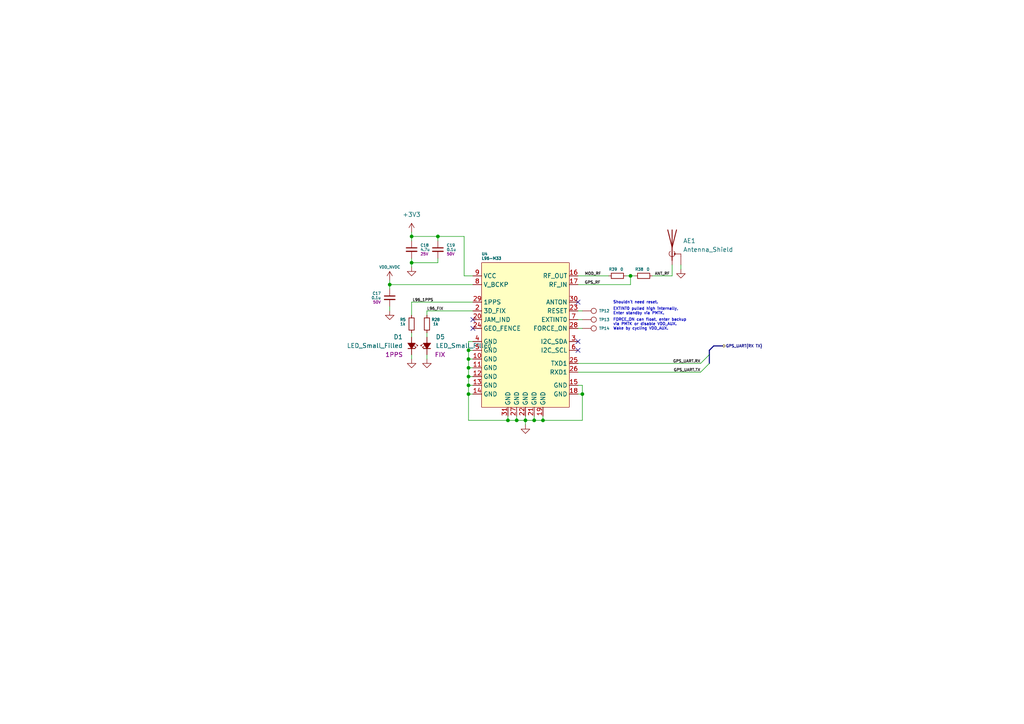
<source format=kicad_sch>
(kicad_sch (version 20211123) (generator eeschema)
  (paper "A4")
  (title_block (rev "A") (company "Frisius"))
  (lib_symbols
    (symbol "Connector:TestPoint" (pin_numbers hide) (pin_names (offset 0.762) hide)
      (property "Reference" "TP" (at 0 6.858 0))
      (property "Value" "TestPoint" (at 0 5.08 0))
      (symbol "TestPoint_0_1"
        (circle (center 0 3.302) (radius 0.762))
      )
      (symbol "TestPoint_1_1"
        (pin passive line (at 0 0 90) (length 2.54) (name "1") (number "1"))
      )
    )
    (symbol "Device:Antenna_Shield" (pin_numbers hide) (pin_names (offset 1.016) hide)
      (property "Reference" "AE" (at -1.905 4.445 0))
      (property "Value" "Antenna_Shield" (at -1.905 2.54 0))
      (symbol "Antenna_Shield_0_1"
        (arc (start -0.508 -1.143) (mid -0.8429 -2.1194) (end 0 -2.667))
        (arc (start 0 -2.667) (mid 0.7989 -2.1052) (end 0.508 -1.143))
        (polyline (pts (xy 0 -2.54) (xy 0 0)))
        (polyline (pts (xy 0 5.08) (xy 0 -3.81)) (stroke (width 0.254)))
        (polyline (pts (xy 0.762 -1.905) (xy 2.54 -1.905)))
        (polyline (pts (xy 2.54 -2.54) (xy 2.54 -1.905)))
        (polyline (pts (xy 1.27 5.08) (xy 0 0) (xy -1.27 5.08)) (stroke (width 0.254)))
        (circle (center 0.762 -1.905) (radius 0.1778) (fill (type outline)))
      )
      (symbol "Antenna_Shield_1_1"
        (pin input line (at 0 -5.08 90) (length 2.54) (name "A") (number "1"))
        (pin input line (at 2.54 -5.08 90) (length 2.54) (name "Shield") (number "2"))
      )
    )
    (symbol "Device:C_Small" (pin_numbers hide) (pin_names (offset 0.254) hide)
      (property "Reference" "C" (at 0.254 1.778 0))
      (property "Value" "C_Small" (at 0.254 -2.032 0))
      (symbol "C_Small_0_1"
        (polyline (pts (xy -1.524 -0.508) (xy 1.524 -0.508)) (stroke (width 0.3302)))
        (polyline (pts (xy -1.524 0.508) (xy 1.524 0.508)) (stroke (width 0.3048)))
      )
      (symbol "C_Small_1_1"
        (pin passive line (at 0 2.54 270) (length 2.032) (name "~") (number "1"))
        (pin passive line (at 0 -2.54 90) (length 2.032) (name "~") (number "2"))
      )
    )
    (symbol "Device:LED_Small_Filled" (pin_numbers hide) (pin_names (offset 0.254) hide)
      (property "Reference" "D" (at -1.27 3.175 0))
      (property "Value" "LED_Small_Filled" (at -4.445 -2.54 0))
      (symbol "LED_Small_Filled_0_1"
        (polyline (pts (xy -0.762 -1.016) (xy -0.762 1.016)) (stroke (width 0.254)))
        (polyline (pts (xy 1.016 0) (xy -0.762 0)))
        (polyline (pts (xy 0.762 -1.016) (xy -0.762 0) (xy 0.762 1.016) (xy 0.762 -1.016)) (stroke (width 0.254)) (fill (type outline)))
        (polyline (pts (xy 0 0.762) (xy -0.508 1.27) (xy -0.254 1.27) (xy -0.508 1.27) (xy -0.508 1.016)))
        (polyline (pts (xy 0.508 1.27) (xy 0 1.778) (xy 0.254 1.778) (xy 0 1.778) (xy 0 1.524)))
      )
      (symbol "LED_Small_Filled_1_1"
        (pin passive line (at -2.54 0 0) (length 1.778) (name "K") (number "1"))
        (pin passive line (at 2.54 0 180) (length 1.778) (name "A") (number "2"))
      )
    )
    (symbol "Device:R_Small" (pin_numbers hide) (pin_names (offset 0.254) hide)
      (property "Reference" "R" (at 0.762 0.508 0))
      (property "Value" "R_Small" (at 0.762 -1.016 0))
      (symbol "R_Small_0_1"
        (rectangle (start -0.762 1.778) (end 0.762 -1.778) (stroke (width 0.2032)))
      )
      (symbol "R_Small_1_1"
        (pin passive line (at 0 2.54 270) (length 0.762) (name "~") (number "1"))
        (pin passive line (at 0 -2.54 90) (length 0.762) (name "~") (number "2"))
      )
    )
    (symbol "bt_Module_GPS:L96-M33"
      (property "Reference" "U?" (at 0 26.67 0))
      (property "Value" "L96-M33" (at 0 24.13 0))
      (symbol "L96-M33_0_1"
        (rectangle (start -12.7 21.59) (end 12.7 -20.32) (fill (type background)))
      )
      (symbol "L96-M33_1_1"
        (pin no_connect line (at 12.7 -16.51 180) (length 2.54) hide (name "NC") (number "1"))
        (pin power_in line (at -15.24 -6.35 0) (length 2.54) (name "GND") (number "10"))
        (pin power_in line (at -15.24 -8.89 0) (length 2.54) (name "GND") (number "11"))
        (pin power_in line (at -15.24 -11.43 0) (length 2.54) (name "GND") (number "12"))
        (pin power_in line (at -15.24 -13.97 0) (length 2.54) (name "GND") (number "13"))
        (pin power_in line (at -15.24 -16.51 0) (length 2.54) (name "GND") (number "14"))
        (pin power_in line (at 15.24 -13.97 180) (length 2.54) (name "GND") (number "15"))
        (pin output line (at 15.24 17.78 180) (length 2.54) (name "RF_OUT") (number "16"))
        (pin input line (at 15.24 15.24 180) (length 2.54) (name "RF_IN") (number "17"))
        (pin power_in line (at 15.24 -16.51 180) (length 2.54) (name "GND") (number "18"))
        (pin power_in line (at 5.08 -22.86 90) (length 2.54) (name "GND") (number "19"))
        (pin output line (at -15.24 7.62 0) (length 2.54) (name "3D_FIX") (number "2"))
        (pin output line (at -15.24 5.08 0) (length 2.54) (name "JAM_IND") (number "20"))
        (pin power_in line (at 2.54 -22.86 90) (length 2.54) (name "GND") (number "21"))
        (pin power_in line (at 0 -22.86 90) (length 2.54) (name "GND") (number "22"))
        (pin input line (at 15.24 7.62 180) (length 2.54) (name "RESET") (number "23"))
        (pin output line (at -15.24 2.54 0) (length 2.54) (name "GEO_FENCE") (number "24"))
        (pin output line (at 15.24 -7.62 180) (length 2.54) (name "TXD1") (number "25"))
        (pin input line (at 15.24 -10.16 180) (length 2.54) (name "RXD1") (number "26"))
        (pin power_in line (at -2.54 -22.86 90) (length 2.54) (name "GND") (number "27"))
        (pin input line (at 15.24 2.54 180) (length 2.54) (name "FORCE_ON") (number "28"))
        (pin output line (at -15.24 10.16 0) (length 2.54) (name "1PPS") (number "29"))
        (pin bidirectional line (at 15.24 -1.27 180) (length 2.54) (name "I2C_SDA") (number "3"))
        (pin output line (at 15.24 10.16 180) (length 2.54) (name "ANTON") (number "30"))
        (pin power_in line (at -5.08 -22.86 90) (length 2.54) (name "GND") (number "31"))
        (pin power_in line (at -15.24 -1.27 0) (length 2.54) (name "GND") (number "4"))
        (pin power_in line (at -15.24 -3.81 0) (length 2.54) (name "GND") (number "5"))
        (pin input line (at 15.24 -3.81 180) (length 2.54) (name "I2C_SCL") (number "6"))
        (pin input line (at 15.24 5.08 180) (length 2.54) (name "EXTINT0") (number "7"))
        (pin power_in line (at -15.24 15.24 0) (length 2.54) (name "V_BCKP") (number "8"))
        (pin power_in line (at -15.24 17.78 0) (length 2.54) (name "VCC") (number "9"))
      )
    )
    (symbol "bt_power:VDD_NVDC" (power) (in_bom no) (on_board no)
      (property "Value" "VDD_NVDC" (at 0.2286 3.5814 0))
      (symbol "VDD_NVDC_0_1"
        (polyline (pts (xy -0.762 1.27) (xy 0 2.54)))
        (polyline (pts (xy 0 0) (xy 0 2.54)))
        (polyline (pts (xy 0 2.54) (xy 0.762 1.27)))
      )
      (symbol "VDD_NVDC_1_1"
        (pin power_in line (at 0 0 90) (length 0) hide (name "VDD_NVDC") (number "1"))
      )
    )
    (symbol "power:+3V3" (power) (pin_names (offset 0))
      (property "Value" "+3V3" (at 0 3.556 0))
      (symbol "+3V3_0_1"
        (polyline (pts (xy -0.762 1.27) (xy 0 2.54)))
        (polyline (pts (xy 0 0) (xy 0 2.54)))
        (polyline (pts (xy 0 2.54) (xy 0.762 1.27)))
      )
      (symbol "+3V3_1_1"
        (pin power_in line (at 0 0 90) (length 0) hide (name "+3V3") (number "1"))
      )
    )
    (symbol "power:GND" (power) (pin_names (offset 0))
      (property "Value" "GND" (at 0 -3.81 0))
      (symbol "GND_0_1"
        (polyline (pts (xy 0 0) (xy 0 -1.27) (xy 1.27 -1.27) (xy 0 -2.54) (xy -1.27 -1.27) (xy 0 -1.27)))
      )
      (symbol "GND_1_1"
        (pin power_in line (at 0 0 270) (length 0) hide (name "GND") (number "1"))
      )
    )
  )
  (junction (at 135.89 106.68))
  (junction (at 154.94 121.92))
  (junction (at 119.38 76.2))
  (junction (at 182.88 80.01))
  (junction (at 135.89 104.14))
  (junction (at 135.89 101.6))
  (junction (at 157.48 121.92))
  (junction (at 135.89 109.22))
  (junction (at 135.89 111.76))
  (junction (at 152.4 121.92))
  (junction (at 119.38 68.58))
  (junction (at 147.32 121.92))
  (junction (at 168.91 114.3))
  (junction (at 113.03 82.55))
  (junction (at 149.86 121.92))
  (junction (at 135.89 114.3))
  (junction (at 127 68.58))
  (no_connect (at 167.64 87.63))
  (no_connect (at 137.16 95.25))
  (no_connect (at 137.16 92.71))
  (no_connect (at 167.64 99.06))
  (no_connect (at 167.64 101.6))
  (bus_entry (at 203.2 107.95) (size 2.54 -2.54))
  (bus_entry (at 203.2 105.41) (size 2.54 -2.54))
  (wire (pts (xy 157.48 121.92) (xy 168.91 121.92)))
  (wire (pts (xy 135.89 99.06) (xy 135.89 101.6)))
  (wire (pts (xy 119.38 87.63) (xy 137.16 87.63)))
  (wire (pts (xy 197.485 78.105) (xy 197.485 76.835)))
  (wire (pts (xy 119.38 76.2) (xy 127 76.2)))
  (wire (pts (xy 135.89 109.22) (xy 135.89 111.76)))
  (wire (pts (xy 147.32 121.92) (xy 149.86 121.92)))
  (wire (pts (xy 135.89 106.68) (xy 137.16 106.68)))
  (wire (pts (xy 152.4 121.92) (xy 152.4 120.65)))
  (wire (pts (xy 168.91 114.3) (xy 168.91 111.76)))
  (bus (pts (xy 205.74 102.87) (xy 205.74 101.6)))
  (wire (pts (xy 189.23 80.01) (xy 194.945 80.01)))
  (wire (pts (xy 135.89 106.68) (xy 135.89 109.22)))
  (wire (pts (xy 168.91 114.3) (xy 167.64 114.3)))
  (wire (pts (xy 119.38 68.58) (xy 119.38 69.85)))
  (wire (pts (xy 167.64 80.01) (xy 176.53 80.01)))
  (wire (pts (xy 135.89 109.22) (xy 137.16 109.22)))
  (wire (pts (xy 127 68.58) (xy 134.62 68.58)))
  (wire (pts (xy 167.64 90.17) (xy 168.91 90.17)))
  (wire (pts (xy 135.89 114.3) (xy 137.16 114.3)))
  (wire (pts (xy 167.64 95.25) (xy 168.91 95.25)))
  (wire (pts (xy 119.38 77.47) (xy 119.38 76.2)))
  (wire (pts (xy 123.825 90.17) (xy 123.825 91.44)))
  (wire (pts (xy 127 69.85) (xy 127 68.58)))
  (wire (pts (xy 119.38 96.52) (xy 119.38 97.79)))
  (wire (pts (xy 135.89 104.14) (xy 137.16 104.14)))
  (bus (pts (xy 205.74 105.41) (xy 205.74 102.87)))
  (wire (pts (xy 134.62 80.01) (xy 137.16 80.01)))
  (wire (pts (xy 157.48 121.92) (xy 157.48 120.65)))
  (wire (pts (xy 123.825 96.52) (xy 123.825 97.79)))
  (bus (pts (xy 205.74 101.6) (xy 207.01 100.33)))
  (wire (pts (xy 167.64 107.95) (xy 203.2 107.95)))
  (wire (pts (xy 154.94 121.92) (xy 157.48 121.92)))
  (wire (pts (xy 113.03 82.55) (xy 137.16 82.55)))
  (wire (pts (xy 113.03 88.9) (xy 113.03 90.17)))
  (bus (pts (xy 207.01 100.33) (xy 209.55 100.33)))
  (wire (pts (xy 123.825 104.14) (xy 123.825 102.87)))
  (wire (pts (xy 119.38 76.2) (xy 119.38 74.93)))
  (wire (pts (xy 154.94 121.92) (xy 154.94 120.65)))
  (wire (pts (xy 194.945 80.01) (xy 194.945 76.835)))
  (wire (pts (xy 182.88 80.01) (xy 182.88 82.55)))
  (wire (pts (xy 119.38 87.63) (xy 119.38 91.44)))
  (wire (pts (xy 167.64 82.55) (xy 182.88 82.55)))
  (wire (pts (xy 168.91 111.76) (xy 167.64 111.76)))
  (wire (pts (xy 135.89 111.76) (xy 137.16 111.76)))
  (wire (pts (xy 152.4 123.19) (xy 152.4 121.92)))
  (wire (pts (xy 149.86 121.92) (xy 149.86 120.65)))
  (wire (pts (xy 135.89 121.92) (xy 147.32 121.92)))
  (wire (pts (xy 113.03 81.28) (xy 113.03 82.55)))
  (wire (pts (xy 149.86 121.92) (xy 152.4 121.92)))
  (wire (pts (xy 119.38 104.14) (xy 119.38 102.87)))
  (wire (pts (xy 134.62 68.58) (xy 134.62 80.01)))
  (wire (pts (xy 127 74.93) (xy 127 76.2)))
  (wire (pts (xy 135.89 114.3) (xy 135.89 121.92)))
  (wire (pts (xy 135.89 101.6) (xy 137.16 101.6)))
  (wire (pts (xy 167.64 105.41) (xy 203.2 105.41)))
  (wire (pts (xy 167.64 92.71) (xy 168.91 92.71)))
  (wire (pts (xy 181.61 80.01) (xy 182.88 80.01)))
  (wire (pts (xy 168.91 121.92) (xy 168.91 114.3)))
  (wire (pts (xy 135.89 111.76) (xy 135.89 114.3)))
  (wire (pts (xy 135.89 104.14) (xy 135.89 106.68)))
  (wire (pts (xy 123.825 90.17) (xy 137.16 90.17)))
  (wire (pts (xy 152.4 121.92) (xy 154.94 121.92)))
  (wire (pts (xy 147.32 121.92) (xy 147.32 120.65)))
  (wire (pts (xy 182.88 80.01) (xy 184.15 80.01)))
  (wire (pts (xy 135.89 101.6) (xy 135.89 104.14)))
  (wire (pts (xy 119.38 68.58) (xy 127 68.58)))
  (wire (pts (xy 119.38 67.31) (xy 119.38 68.58)))
  (wire (pts (xy 113.03 82.55) (xy 113.03 83.82)))
  (wire (pts (xy 137.16 99.06) (xy 135.89 99.06)))
  (text "EXTINT0 pulled high internally,\nEnter standby via PMTK.\n" (at 177.8 91.44 0) (effects (font (size 0.8 0.8)) (justify left bottom)))
  (text "Shouldn´t need reset." (at 177.8 88.265 0) (effects (font (size 0.8 0.8)) (justify left bottom)))
  (text "FORCE_ON can float, enter backup \nvia PMTK or disable VDD_AUX. \nWake by cycling VDD_AUX." (at 177.8 95.885 0) (effects (font (size 0.8 0.8)) (justify left bottom)))
  (label "ANT_RF" (at 189.865 80.01 0) (effects (font (size 0.8 0.8))))
  (label "L96_1PPS" (at 125.73 87.63 180) (effects (font (size 0.8 0.8))))
  (label "L96_FIX" (at 123.825 90.17 0) (effects (font (size 0.8 0.8))))
  (label "GPS_UART.TX" (at 203.2 107.95 180) (effects (font (size 0.8 0.8))))
  (label "GPS_UART.RX" (at 203.2 105.41 180) (effects (font (size 0.8 0.8))))
  (label "MOD_RF" (at 169.545 80.01 0) (effects (font (size 0.8 0.8))))
  (label "GPS_RF" (at 169.545 82.55 0) (effects (font (size 0.8 0.8))))
  (hierarchical_label "GPS_UART{RX TX}" (shape bidirectional) (at 209.55 100.33 0) (effects (font (size 0.8 0.8))))
  (symbol (lib_id "Device:C_Small") (at 127 72.39 0) (unit 1)
    (property "Reference" "C19" (at 129.54 71.12 0) (effects (font (size 0.8 0.8)) (justify left)))
    (property "Value" "0.1u" (at 129.54 72.39 0) (effects (font (size 0.8 0.8)) (justify left)))
    (property "Footprint" "Capacitor_SMD:C_0402_1005Metric" (effects hide))
    (property "Voltage" "50V" (at 129.54 73.66 0) (effects (font (size 0.8 0.8)) (justify left)))
  )
  (symbol (lib_id "Device:Antenna_Shield") (at 194.945 71.755 0) (unit 1)
    (property "Reference" "AE1" (at 198.12 69.8499 0) (effects (justify left)))
    (property "Value" "Antenna_Shield" (at 198.12 72.3899 0) (effects (justify left)))
    (property "Footprint" "Connector_Coaxial:U.FL_Hirose_U.FL-R-SMT-1_Vertical" (effects hide))
  )
  (symbol (lib_id "bt_Module_GPS:L96-M33") (at 152.4 97.79 0) (unit 1)
    (property "Reference" "U4" (at 139.7 73.66 0) (effects (font (size 0.8 0.8)) (justify left)))
    (property "Value" "L96-M33" (at 139.7 74.93 0) (effects (font (size 0.8 0.8)) (justify left)))
    (property "Footprint" "bt_Module_GPS:Quectel_L96-M33" (effects hide))
  )
  (symbol (lib_id "Connector:TestPoint") (at 168.91 95.25 270) (unit 1)
    (property "Reference" "TP14" (at 175.26 95.25 90) (effects (font (size 0.8 0.8))))
    (property "Value" "GPS_FON" (effects hide))
  )
  (symbol (lib_id "Device:LED_Small_Filled") (at 119.38 100.33 270) (mirror x) (unit 1)
    (property "Reference" "D1" (at 116.84 97.7264 90) (effects (justify right)))
    (property "Value" "LED_Small_Filled" (at 116.84 100.2664 90) (effects (justify right)))
    (property "Footprint" "LED_SMD:LED_0402_1005Metric" (effects hide))
    (property "Label" "1PPS" (at 114.3 102.87 90))
  )
  (symbol (lib_id "Connector:TestPoint") (at 168.91 90.17 270) (unit 1)
    (property "Reference" "TP12" (at 175.26 90.17 90) (effects (font (size 0.8 0.8))))
    (property "Value" "GPS_RST" (effects hide))
  )
  (symbol (lib_id "Device:R_Small") (at 123.825 93.98 180) (unit 1)
    (property "Reference" "R28" (at 126.365 92.71 0) (effects (font (size 0.8 0.8))))
    (property "Value" "1k" (at 126.365 93.98 0) (effects (font (size 0.8 0.8))))
    (property "Footprint" "Resistor_SMD:R_0402_1005Metric" (effects hide))
  )
  (symbol (lib_id "power:+3V3") (at 119.38 67.31 0) (unit 1)
    (property "Reference" "#PWR0143" (effects hide))
    (property "Value" "+3V3" (at 119.38 62.23 0))
  )
  (symbol (lib_id "Connector:TestPoint") (at 168.91 92.71 270) (unit 1)
    (property "Reference" "TP13" (at 175.26 92.71 90) (effects (font (size 0.8 0.8))))
    (property "Value" "GPS_INT" (effects hide))
  )
  (symbol (lib_id "bt_power:VDD_NVDC") (at 113.03 81.28 0) (mirror y) (unit 1) (in_bom no) (on_board no)
    (property "Reference" "#U0101" (effects hide))
    (property "Value" "VDD_NVDC" (at 113.03 77.47 0) (effects (font (size 0.8 0.8))))
  )
  (symbol (lib_id "power:GND") (at 119.38 77.47 0) (unit 1)
    (property "Reference" "#PWR019" (effects hide))
    (property "Value" "GND" (effects hide))
  )
  (symbol (lib_id "Device:LED_Small_Filled") (at 123.825 100.33 90) (unit 1)
    (property "Reference" "D5" (at 126.365 97.7264 90) (effects (justify right)))
    (property "Value" "LED_Small_Filled" (at 126.365 100.2664 90) (effects (justify right)))
    (property "Footprint" "LED_SMD:LED_0402_1005Metric" (effects hide))
    (property "Label" "FIX" (at 127.635 102.87 90))
  )
  (symbol (lib_id "Device:C_Small") (at 119.38 72.39 0) (unit 1)
    (property "Reference" "C18" (at 121.92 71.12 0) (effects (font (size 0.8 0.8)) (justify left)))
    (property "Value" "4.7u" (at 121.92 72.39 0) (effects (font (size 0.8 0.8)) (justify left)))
    (property "Footprint" "Capacitor_SMD:C_0603_1608Metric" (effects hide))
    (property "Voltage" "25V" (at 121.92 73.66 0) (effects (font (size 0.8 0.8)) (justify left)))
  )
  (symbol (lib_id "power:GND") (at 197.485 78.105 0) (unit 1)
    (property "Reference" "#PWR0140" (effects hide))
    (property "Value" "GND" (effects hide))
  )
  (symbol (lib_id "power:GND") (at 123.825 104.14 0) (mirror y) (unit 1)
    (property "Reference" "#PWR0139" (effects hide))
    (property "Value" "GND" (effects hide))
  )
  (symbol (lib_id "Device:C_Small") (at 113.03 86.36 0) (mirror y) (unit 1)
    (property "Reference" "C17" (at 110.49 85.09 0) (effects (font (size 0.8 0.8)) (justify left)))
    (property "Value" "0.1u" (at 110.49 86.36 0) (effects (font (size 0.8 0.8)) (justify left)))
    (property "Footprint" "Capacitor_SMD:C_0402_1005Metric" (effects hide))
    (property "Voltage" "50V" (at 110.49 87.63 0) (effects (font (size 0.8 0.8)) (justify left)))
  )
  (symbol (lib_id "Device:R_Small") (at 119.38 93.98 0) (mirror x) (unit 1)
    (property "Reference" "R5" (at 116.84 92.71 0) (effects (font (size 0.8 0.8))))
    (property "Value" "1k" (at 116.84 93.98 0) (effects (font (size 0.8 0.8))))
    (property "Footprint" "Resistor_SMD:R_0402_1005Metric" (effects hide))
  )
  (symbol (lib_id "Device:R_Small") (at 186.69 80.01 270) (unit 1)
    (property "Reference" "R38" (at 185.42 78.105 90) (effects (font (size 0.8 0.8))))
    (property "Value" "0" (at 187.96 78.105 90) (effects (font (size 0.8 0.8))))
    (property "Footprint" "Resistor_SMD:R_0402_1005Metric" (effects hide))
  )
  (symbol (lib_id "power:GND") (at 113.03 90.17 0) (mirror y) (unit 1)
    (property "Reference" "#PWR018" (effects hide))
    (property "Value" "GND" (effects hide))
  )
  (symbol (lib_id "Device:R_Small") (at 179.07 80.01 270) (unit 1)
    (property "Reference" "R39" (at 177.8 78.105 90) (effects (font (size 0.8 0.8))))
    (property "Value" "0" (at 180.34 78.105 90) (effects (font (size 0.8 0.8))))
    (property "Footprint" "Resistor_SMD:R_0402_1005Metric" (effects hide))
  )
  (symbol (lib_id "power:GND") (at 152.4 123.19 0) (unit 1)
    (property "Reference" "#PWR021" (effects hide))
    (property "Value" "GND" (effects hide))
  )
  (symbol (lib_id "power:GND") (at 119.38 104.14 0) (unit 1)
    (property "Reference" "#PWR020" (effects hide))
    (property "Value" "GND" (effects hide))
  )
)
</source>
